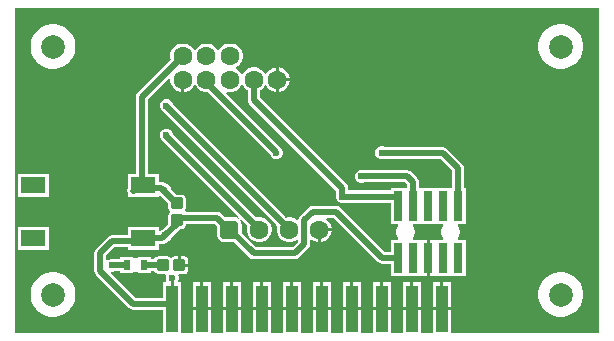
<source format=gtl>
G04*
G04 #@! TF.GenerationSoftware,Altium Limited,Altium Designer,23.4.1 (23)*
G04*
G04 Layer_Physical_Order=1*
G04 Layer_Color=255*
%FSLAX44Y44*%
%MOMM*%
G71*
G04*
G04 #@! TF.SameCoordinates,E4356CB4-9A03-4441-A28E-8BB409EA4FDF*
G04*
G04*
G04 #@! TF.FilePolarity,Positive*
G04*
G01*
G75*
%ADD23R,0.7400X2.6000*%
%ADD24R,1.0000X4.0000*%
%ADD25R,0.6000X0.9000*%
G04:AMPARAMS|DCode=26|XSize=0.95mm|YSize=0.97mm|CornerRadius=0.095mm|HoleSize=0mm|Usage=FLASHONLY|Rotation=180.000|XOffset=0mm|YOffset=0mm|HoleType=Round|Shape=RoundedRectangle|*
%AMROUNDEDRECTD26*
21,1,0.9500,0.7800,0,0,180.0*
21,1,0.7600,0.9700,0,0,180.0*
1,1,0.1900,-0.3800,0.3900*
1,1,0.1900,0.3800,0.3900*
1,1,0.1900,0.3800,-0.3900*
1,1,0.1900,-0.3800,-0.3900*
%
%ADD26ROUNDEDRECTD26*%
G04:AMPARAMS|DCode=27|XSize=0.95mm|YSize=0.97mm|CornerRadius=0.095mm|HoleSize=0mm|Usage=FLASHONLY|Rotation=270.000|XOffset=0mm|YOffset=0mm|HoleType=Round|Shape=RoundedRectangle|*
%AMROUNDEDRECTD27*
21,1,0.9500,0.7800,0,0,270.0*
21,1,0.7600,0.9700,0,0,270.0*
1,1,0.1900,-0.3900,-0.3800*
1,1,0.1900,-0.3900,0.3800*
1,1,0.1900,0.3900,0.3800*
1,1,0.1900,0.3900,-0.3800*
%
%ADD27ROUNDEDRECTD27*%
%ADD28R,2.1000X1.4000*%
%ADD29C,0.5000*%
%ADD30C,0.2500*%
%ADD31C,1.6000*%
G04:AMPARAMS|DCode=32|XSize=1.6mm|YSize=1.6mm|CornerRadius=0.4mm|HoleSize=0mm|Usage=FLASHONLY|Rotation=90.000|XOffset=0mm|YOffset=0mm|HoleType=Round|Shape=RoundedRectangle|*
%AMROUNDEDRECTD32*
21,1,1.6000,0.8000,0,0,90.0*
21,1,0.8000,1.6000,0,0,90.0*
1,1,0.8000,0.4000,0.4000*
1,1,0.8000,0.4000,-0.4000*
1,1,0.8000,-0.4000,-0.4000*
1,1,0.8000,-0.4000,0.4000*
%
%ADD32ROUNDEDRECTD32*%
%ADD33C,2.0000*%
%ADD34C,0.6000*%
G36*
X497451Y2549D02*
X371840D01*
Y21730D01*
X356760D01*
Y2549D01*
X346440D01*
Y21730D01*
X331360D01*
Y2549D01*
X321040D01*
Y21730D01*
X305960D01*
Y2549D01*
X295640D01*
Y21730D01*
X280560D01*
Y2549D01*
X270240D01*
Y21730D01*
X255160D01*
Y2549D01*
X244840D01*
Y21730D01*
X229760D01*
Y2549D01*
X219440D01*
Y21730D01*
X204360D01*
Y2549D01*
X194040D01*
Y21730D01*
X178960D01*
Y2549D01*
X168640D01*
Y21730D01*
X153560D01*
Y2549D01*
X143200D01*
Y45500D01*
X141878D01*
X141029Y46770D01*
X141500Y47906D01*
Y50094D01*
X141012Y51272D01*
X141861Y52542D01*
X145900D01*
X147262Y52812D01*
X148416Y53584D01*
X149187Y54738D01*
X149458Y56100D01*
Y58730D01*
X142100D01*
Y60000D01*
X140830D01*
Y67458D01*
X138300D01*
X136938Y67188D01*
X135784Y66416D01*
X135740Y66350D01*
X134212Y66350D01*
X134187Y66387D01*
X133046Y67150D01*
X131700Y67418D01*
X124100D01*
X122754Y67150D01*
X121613Y66387D01*
X120850Y65246D01*
X120821Y65098D01*
X118000D01*
Y67000D01*
X107000D01*
Y66000D01*
X103000D01*
Y67000D01*
X92000D01*
Y65098D01*
X87065D01*
X86094Y65500D01*
X83906D01*
X81884Y64663D01*
X81368Y64146D01*
X80098Y64672D01*
Y67888D01*
X87112Y74902D01*
X98500D01*
Y73000D01*
X124500D01*
Y77469D01*
X127296D01*
X129247Y77857D01*
X130901Y78962D01*
X131683Y79744D01*
X133116Y80337D01*
X134663Y81884D01*
X135065Y82855D01*
X142792Y90582D01*
X143900D01*
X145246Y90850D01*
X146387Y91613D01*
X147150Y92754D01*
X147418Y94100D01*
Y94902D01*
X172088D01*
X173644Y93347D01*
Y86000D01*
X173867Y84303D01*
X174522Y82722D01*
X175564Y81364D01*
X176922Y80322D01*
X178503Y79667D01*
X180200Y79444D01*
X188200D01*
X188329Y79461D01*
X201395Y66395D01*
X203049Y65290D01*
X205000Y64902D01*
X240000D01*
X241951Y65290D01*
X243605Y66395D01*
X251320Y74110D01*
X252425Y75764D01*
X252813Y77715D01*
Y81092D01*
X254083Y81477D01*
X256332Y80178D01*
X259012Y79460D01*
X259130D01*
Y90000D01*
X260400D01*
Y91270D01*
X270940D01*
Y91388D01*
X270222Y94068D01*
X268834Y96472D01*
X266872Y98434D01*
X266529Y98632D01*
X266869Y99902D01*
X272888D01*
X310395Y62395D01*
X312049Y61290D01*
X314000Y60902D01*
X321100D01*
Y50500D01*
X333500D01*
Y50500D01*
X333800D01*
Y50500D01*
X345207D01*
X346460Y50460D01*
X347453Y50460D01*
X351430D01*
Y66000D01*
Y81540D01*
X347453D01*
X346460Y81540D01*
X345207Y81500D01*
X340260D01*
X339734Y82770D01*
X340052Y83088D01*
X341105Y84912D01*
X341650Y86947D01*
Y89053D01*
X341105Y91088D01*
X340052Y92912D01*
X339734Y93230D01*
X340260Y94500D01*
X345230D01*
X346200Y94500D01*
X347470Y94500D01*
X357930D01*
X358900Y94500D01*
X360170Y94500D01*
X365140D01*
X365666Y93230D01*
X365348Y92912D01*
X364295Y91088D01*
X363750Y89053D01*
Y86947D01*
X364295Y84912D01*
X365348Y83088D01*
X365666Y82770D01*
X365140Y81500D01*
X360193D01*
X358940Y81540D01*
X357947Y81540D01*
X353970D01*
Y66000D01*
Y50460D01*
X357947D01*
X358940Y50460D01*
X360193Y50500D01*
X371600D01*
Y50500D01*
X371900D01*
Y50500D01*
X384300D01*
Y81500D01*
X378360D01*
X377834Y82770D01*
X378152Y83088D01*
X379205Y84912D01*
X379750Y86947D01*
Y89053D01*
X379205Y91088D01*
X378152Y92912D01*
X377834Y93230D01*
X378360Y94500D01*
X384300D01*
Y125500D01*
X383198D01*
Y141900D01*
X382810Y143851D01*
X381705Y145505D01*
X368865Y158345D01*
X367211Y159450D01*
X365260Y159838D01*
X315860D01*
X314523Y160392D01*
X312335D01*
X310313Y159554D01*
X308766Y158007D01*
X307929Y155985D01*
Y153798D01*
X308766Y151776D01*
X310313Y150229D01*
X312335Y149391D01*
X314523D01*
X315127Y149642D01*
X363149D01*
X373002Y139788D01*
Y125906D01*
X371900Y125500D01*
X371600D01*
Y125500D01*
X360170D01*
X359200Y125500D01*
X357930Y125500D01*
X345996Y125500D01*
X345098Y126398D01*
Y130000D01*
X344710Y131951D01*
X343605Y133605D01*
X338605Y138605D01*
X336951Y139710D01*
X335000Y140098D01*
X298065D01*
X297094Y140500D01*
X294906D01*
X292885Y139663D01*
X291337Y138116D01*
X290500Y136094D01*
Y133906D01*
X291337Y131884D01*
X292885Y130337D01*
X294906Y129500D01*
X297094D01*
X298065Y129902D01*
X332888D01*
X334902Y127888D01*
Y125906D01*
X333800Y125500D01*
X333500D01*
Y125500D01*
X321100D01*
Y123098D01*
X285098D01*
Y125000D01*
X284710Y126951D01*
X283605Y128605D01*
X210098Y202112D01*
Y207819D01*
X211447Y208598D01*
X213402Y210553D01*
X214244Y212011D01*
X215710D01*
X216566Y210528D01*
X218528Y208566D01*
X220932Y207178D01*
X223612Y206460D01*
X223730D01*
Y217000D01*
Y227540D01*
X223612D01*
X220932Y226822D01*
X218528Y225434D01*
X216566Y223472D01*
X215710Y221989D01*
X214244D01*
X213402Y223447D01*
X211447Y225402D01*
X209053Y226784D01*
X206382Y227500D01*
X203618D01*
X200947Y226784D01*
X198553Y225402D01*
X196598Y223447D01*
X195733Y221950D01*
X194267D01*
X193402Y223447D01*
X191447Y225402D01*
X189949Y226267D01*
Y227733D01*
X191447Y228598D01*
X193402Y230553D01*
X194784Y232947D01*
X195500Y235618D01*
Y238382D01*
X194784Y241053D01*
X193402Y243447D01*
X191447Y245402D01*
X189053Y246784D01*
X186382Y247500D01*
X183618D01*
X180947Y246784D01*
X178553Y245402D01*
X176598Y243447D01*
X175733Y241950D01*
X174267D01*
X173402Y243447D01*
X171447Y245402D01*
X169053Y246784D01*
X166382Y247500D01*
X163618D01*
X160947Y246784D01*
X158553Y245402D01*
X156598Y243447D01*
X155733Y241950D01*
X154267D01*
X153402Y243447D01*
X151447Y245402D01*
X149053Y246784D01*
X146382Y247500D01*
X143618D01*
X140947Y246784D01*
X138553Y245402D01*
X136598Y243447D01*
X135216Y241053D01*
X134500Y238382D01*
Y235618D01*
X134903Y234113D01*
X106395Y205605D01*
X105290Y203951D01*
X104902Y202000D01*
Y145000D01*
Y137000D01*
X98500D01*
Y125265D01*
X98290Y124951D01*
X97902Y123000D01*
X98290Y121049D01*
X98500Y120735D01*
Y118000D01*
X102507D01*
X103000Y117902D01*
X103500D01*
X103993Y118000D01*
X124500D01*
Y118731D01*
X125673Y119217D01*
X132582Y112308D01*
Y108300D01*
X132850Y106954D01*
X133613Y105813D01*
X133686Y105764D01*
Y104236D01*
X133613Y104187D01*
X132850Y103046D01*
X132582Y101700D01*
Y94792D01*
X127855Y90065D01*
X126884Y89663D01*
X125770Y88548D01*
X124500Y89074D01*
Y92000D01*
X98500D01*
Y85098D01*
X85000D01*
X83049Y84710D01*
X81395Y83605D01*
X71395Y73605D01*
X70290Y71951D01*
X69902Y70000D01*
Y55000D01*
X70290Y53049D01*
X71395Y51395D01*
X99324Y23466D01*
X100978Y22361D01*
X102929Y21973D01*
X128200D01*
Y2549D01*
X2549D01*
Y277451D01*
X497451D01*
Y2549D01*
D02*
G37*
G36*
X134460Y217454D02*
Y215612D01*
X135178Y212932D01*
X136566Y210528D01*
X138528Y208566D01*
X140932Y207178D01*
X143612Y206460D01*
X143730D01*
Y217000D01*
X146270D01*
Y206460D01*
X146388D01*
X149068Y207178D01*
X151472Y208566D01*
X153434Y210528D01*
X154290Y212010D01*
X155756D01*
X156598Y210553D01*
X158553Y208598D01*
X160947Y207216D01*
X163618Y206500D01*
X166290D01*
X218500Y154290D01*
Y153906D01*
X219337Y151884D01*
X220884Y150337D01*
X222906Y149500D01*
X225094D01*
X227115Y150337D01*
X228663Y151884D01*
X229500Y153906D01*
Y156094D01*
X228663Y158116D01*
X228474Y158305D01*
X227605Y159605D01*
X181441Y205768D01*
X182099Y206907D01*
X183618Y206500D01*
X186382D01*
X189053Y207216D01*
X191447Y208598D01*
X193402Y210553D01*
X194267Y212051D01*
X195733D01*
X196598Y210553D01*
X198553Y208598D01*
X199902Y207819D01*
Y200000D01*
X200290Y198049D01*
X201395Y196395D01*
X274902Y122888D01*
Y120065D01*
X274500Y119094D01*
Y116906D01*
X275337Y114885D01*
X276884Y113337D01*
X278906Y112500D01*
X281094D01*
X282065Y112902D01*
X321100D01*
Y94500D01*
X327040D01*
X327566Y93230D01*
X327248Y92912D01*
X326195Y91088D01*
X325650Y89053D01*
Y86947D01*
X326195Y84912D01*
X327248Y83088D01*
X327566Y82770D01*
X327040Y81500D01*
X321100D01*
Y71098D01*
X316112D01*
X278605Y108605D01*
X276951Y109710D01*
X275000Y110098D01*
X255000D01*
X253049Y109710D01*
X251395Y108605D01*
X244110Y101320D01*
X243005Y99666D01*
X242835Y98811D01*
X241457Y98392D01*
X241447Y98402D01*
X239053Y99784D01*
X236382Y100500D01*
X233618D01*
X232507Y100202D01*
X136418Y196291D01*
X135663Y198116D01*
X134115Y199663D01*
X132094Y200500D01*
X129906D01*
X127885Y199663D01*
X126337Y198116D01*
X125500Y196094D01*
Y193906D01*
X126337Y191884D01*
X127885Y190337D01*
X128002Y190289D01*
X225009Y93281D01*
X224500Y91382D01*
Y88618D01*
X225216Y85947D01*
X226598Y83553D01*
X228553Y81598D01*
X230947Y80216D01*
X233618Y79500D01*
X236382D01*
X239053Y80216D01*
X241347Y81540D01*
X242046Y81350D01*
X242617Y81114D01*
Y79826D01*
X237888Y75098D01*
X207112D01*
X194756Y87453D01*
Y94000D01*
X194533Y95697D01*
X193878Y97278D01*
X193421Y97874D01*
X194377Y98713D01*
X199651Y93439D01*
X199100Y91382D01*
Y88618D01*
X199816Y85947D01*
X201198Y83553D01*
X203153Y81598D01*
X205547Y80216D01*
X208218Y79500D01*
X210982D01*
X213653Y80216D01*
X216047Y81598D01*
X218002Y83553D01*
X219384Y85947D01*
X220100Y88618D01*
Y91382D01*
X219384Y94053D01*
X218002Y96447D01*
X216047Y98402D01*
X213653Y99784D01*
X210982Y100500D01*
X208218D01*
X207265Y100245D01*
X136500Y171010D01*
Y171094D01*
X135663Y173116D01*
X134115Y174663D01*
X132094Y175500D01*
X129906D01*
X127885Y174663D01*
X126337Y173116D01*
X125500Y171094D01*
Y168906D01*
X126337Y166884D01*
X127131Y166091D01*
X127395Y165695D01*
X192913Y100177D01*
X192074Y99221D01*
X191478Y99678D01*
X189897Y100333D01*
X188200Y100556D01*
X180854D01*
X177805Y103605D01*
X176151Y104710D01*
X174200Y105098D01*
X147430D01*
X146758Y106368D01*
X147150Y106954D01*
X147418Y108300D01*
Y115900D01*
X147150Y117246D01*
X146387Y118387D01*
X145246Y119150D01*
X143900Y119418D01*
X139892D01*
X134552Y124758D01*
Y124823D01*
X133714Y126845D01*
X132167Y128392D01*
X130146Y129229D01*
X130033D01*
X128522Y130239D01*
X126571Y130627D01*
X124500D01*
Y137000D01*
X115098D01*
Y145000D01*
Y199888D01*
X133190Y217980D01*
X134460Y217454D01*
D02*
G37*
G36*
X120850Y54754D02*
X121613Y53613D01*
X122754Y52850D01*
X124100Y52582D01*
X130156D01*
X131005Y51312D01*
X130500Y50094D01*
Y47906D01*
X130971Y46770D01*
X130122Y45500D01*
X128200D01*
Y32169D01*
X105041D01*
X83980Y53230D01*
X84506Y54500D01*
X86094D01*
X87065Y54902D01*
X92000D01*
Y53000D01*
X103000D01*
Y54000D01*
X107000D01*
Y53000D01*
X118000D01*
Y54902D01*
X120821D01*
X120850Y54754D01*
D02*
G37*
%LPC*%
G36*
X466871Y264000D02*
X463129D01*
X459458Y263270D01*
X456000Y261838D01*
X452888Y259758D01*
X450242Y257112D01*
X448162Y254000D01*
X446730Y250542D01*
X446000Y246871D01*
Y243129D01*
X446730Y239458D01*
X448162Y236000D01*
X450242Y232888D01*
X452888Y230242D01*
X456000Y228162D01*
X459458Y226730D01*
X463129Y226000D01*
X466871D01*
X470542Y226730D01*
X474000Y228162D01*
X477112Y230242D01*
X479758Y232888D01*
X481838Y236000D01*
X483270Y239458D01*
X484000Y243129D01*
Y246871D01*
X483270Y250542D01*
X481838Y254000D01*
X479758Y257112D01*
X477112Y259758D01*
X474000Y261838D01*
X470542Y263270D01*
X466871Y264000D01*
D02*
G37*
G36*
X36871D02*
X33129D01*
X29458Y263270D01*
X26000Y261838D01*
X22888Y259758D01*
X20242Y257112D01*
X18162Y254000D01*
X16730Y250542D01*
X16000Y246871D01*
Y243129D01*
X16730Y239458D01*
X18162Y236000D01*
X20242Y232888D01*
X22888Y230242D01*
X26000Y228162D01*
X29458Y226730D01*
X33129Y226000D01*
X36871D01*
X40542Y226730D01*
X44000Y228162D01*
X47112Y230242D01*
X49758Y232888D01*
X51838Y236000D01*
X53270Y239458D01*
X54000Y243129D01*
Y246871D01*
X53270Y250542D01*
X51838Y254000D01*
X49758Y257112D01*
X47112Y259758D01*
X44000Y261838D01*
X40542Y263270D01*
X36871Y264000D01*
D02*
G37*
G36*
X226388Y227540D02*
X226270D01*
Y218270D01*
X235540D01*
Y218388D01*
X234822Y221068D01*
X233434Y223472D01*
X231472Y225434D01*
X229068Y226822D01*
X226388Y227540D01*
D02*
G37*
G36*
X235540Y215730D02*
X226270D01*
Y206460D01*
X226388D01*
X229068Y207178D01*
X231472Y208566D01*
X233434Y210528D01*
X234822Y212932D01*
X235540Y215612D01*
Y215730D01*
D02*
G37*
G36*
X31500Y137000D02*
X5500D01*
Y118000D01*
X31500D01*
Y137000D01*
D02*
G37*
G36*
X270940Y88730D02*
X261670D01*
Y79460D01*
X261788D01*
X264468Y80178D01*
X266872Y81566D01*
X268834Y83528D01*
X270222Y85932D01*
X270940Y88612D01*
Y88730D01*
D02*
G37*
G36*
X31500Y92000D02*
X5500D01*
Y73000D01*
X31500D01*
Y92000D01*
D02*
G37*
G36*
X145900Y67458D02*
X143370D01*
Y61270D01*
X149458D01*
Y63900D01*
X149187Y65262D01*
X148416Y66416D01*
X147262Y67188D01*
X145900Y67458D01*
D02*
G37*
G36*
X371840Y45540D02*
X365570D01*
Y24270D01*
X371840D01*
Y45540D01*
D02*
G37*
G36*
X363030D02*
X356760D01*
Y24270D01*
X363030D01*
Y45540D01*
D02*
G37*
G36*
X346440D02*
X340170D01*
Y24270D01*
X346440D01*
Y45540D01*
D02*
G37*
G36*
X337630D02*
X331360D01*
Y24270D01*
X337630D01*
Y45540D01*
D02*
G37*
G36*
X321040D02*
X314770D01*
Y24270D01*
X321040D01*
Y45540D01*
D02*
G37*
G36*
X312230D02*
X305960D01*
Y24270D01*
X312230D01*
Y45540D01*
D02*
G37*
G36*
X295640D02*
X289370D01*
Y24270D01*
X295640D01*
Y45540D01*
D02*
G37*
G36*
X286830D02*
X280560D01*
Y24270D01*
X286830D01*
Y45540D01*
D02*
G37*
G36*
X270240D02*
X263970D01*
Y24270D01*
X270240D01*
Y45540D01*
D02*
G37*
G36*
X261430D02*
X255160D01*
Y24270D01*
X261430D01*
Y45540D01*
D02*
G37*
G36*
X244840D02*
X238570D01*
Y24270D01*
X244840D01*
Y45540D01*
D02*
G37*
G36*
X236030D02*
X229760D01*
Y24270D01*
X236030D01*
Y45540D01*
D02*
G37*
G36*
X219440D02*
X213170D01*
Y24270D01*
X219440D01*
Y45540D01*
D02*
G37*
G36*
X210630D02*
X204360D01*
Y24270D01*
X210630D01*
Y45540D01*
D02*
G37*
G36*
X194040D02*
X187770D01*
Y24270D01*
X194040D01*
Y45540D01*
D02*
G37*
G36*
X185230D02*
X178960D01*
Y24270D01*
X185230D01*
Y45540D01*
D02*
G37*
G36*
X168640D02*
X162370D01*
Y24270D01*
X168640D01*
Y45540D01*
D02*
G37*
G36*
X159830D02*
X153560D01*
Y24270D01*
X159830D01*
Y45540D01*
D02*
G37*
G36*
X36871Y54000D02*
X33129D01*
X29458Y53270D01*
X26000Y51838D01*
X22888Y49758D01*
X20242Y47112D01*
X18162Y44000D01*
X16730Y40542D01*
X16000Y36871D01*
Y33129D01*
X16730Y29458D01*
X18162Y26000D01*
X20242Y22888D01*
X22888Y20242D01*
X26000Y18162D01*
X29458Y16730D01*
X33129Y16000D01*
X36871D01*
X40542Y16730D01*
X44000Y18162D01*
X47112Y20242D01*
X49758Y22888D01*
X51838Y26000D01*
X53270Y29458D01*
X54000Y33129D01*
Y36871D01*
X53270Y40542D01*
X51838Y44000D01*
X49758Y47112D01*
X47112Y49758D01*
X44000Y51838D01*
X40542Y53270D01*
X36871Y54000D01*
D02*
G37*
G36*
X466871Y54000D02*
X463129D01*
X459458Y53270D01*
X456000Y51838D01*
X452888Y49758D01*
X450242Y47112D01*
X448162Y44000D01*
X446730Y40542D01*
X446000Y36871D01*
Y33129D01*
X446730Y29458D01*
X448162Y26000D01*
X450242Y22888D01*
X452888Y20242D01*
X456000Y18162D01*
X459458Y16730D01*
X463129Y16000D01*
X466871D01*
X470542Y16730D01*
X474000Y18162D01*
X477112Y20242D01*
X479758Y22888D01*
X481838Y26000D01*
X483270Y29458D01*
X484000Y33129D01*
Y36871D01*
X483270Y40542D01*
X481838Y44000D01*
X479758Y47112D01*
X477112Y49758D01*
X474000Y51838D01*
X470542Y53270D01*
X466871Y54000D01*
D02*
G37*
%LPD*%
D23*
X327300Y66000D02*
D03*
Y110000D02*
D03*
X340000Y66000D02*
D03*
Y110000D02*
D03*
X352700Y66000D02*
D03*
Y110000D02*
D03*
X365400Y66000D02*
D03*
Y110000D02*
D03*
X378100Y66000D02*
D03*
Y110000D02*
D03*
D24*
X313500Y23000D02*
D03*
X338900D02*
D03*
X364300D02*
D03*
X161100D02*
D03*
X186500D02*
D03*
X211900D02*
D03*
X237300D02*
D03*
X262700D02*
D03*
X288100D02*
D03*
X135700D02*
D03*
D25*
X97500Y60000D02*
D03*
X112500D02*
D03*
D26*
X127900D02*
D03*
X142100D02*
D03*
D27*
X140000Y97900D02*
D03*
Y112100D02*
D03*
D28*
X18500Y127500D02*
D03*
X111500D02*
D03*
X18500Y82500D02*
D03*
X111500D02*
D03*
D29*
X135700Y23000D02*
X135850Y23150D01*
Y48850D02*
X136000Y49000D01*
X140000Y100000D02*
X174200D01*
X107777Y82567D02*
X127296D01*
X131629Y27071D02*
X135700Y23000D01*
X102929Y27071D02*
X131629D01*
X280000Y118000D02*
Y125000D01*
X205000Y200000D02*
Y217000D01*
Y200000D02*
X280000Y125000D01*
X224000Y155000D02*
Y156000D01*
X165000Y215000D02*
X224000Y156000D01*
X165000Y215000D02*
Y217000D01*
X131000Y194500D02*
X235000Y90500D01*
X131000Y194500D02*
Y195000D01*
X209600Y90000D02*
Y90700D01*
X131000Y169300D02*
X209600Y90700D01*
X131000Y169300D02*
Y170000D01*
X235000Y90000D02*
Y90500D01*
X280000Y118000D02*
X326100D01*
X296000Y135000D02*
X335000D01*
X340000Y130000D01*
X327300Y110000D02*
Y116800D01*
X326100Y118000D02*
X327300Y116800D01*
X110000Y202000D02*
X145000Y237000D01*
X110000Y145000D02*
Y202000D01*
X127296Y82567D02*
X129729Y85000D01*
X185000Y90000D02*
X205000Y70000D01*
X378100Y110000D02*
Y141900D01*
X314000Y66000D02*
X327300D01*
X75000Y55000D02*
X102929Y27071D01*
X111500Y127500D02*
X113471Y125529D01*
X137650Y114350D02*
X139900Y112100D01*
X340000Y110000D02*
Y130000D01*
X129729Y85000D02*
X130000D01*
X247715Y97715D02*
X255000Y105000D01*
X103500Y123000D02*
X105000Y124500D01*
X313580Y154740D02*
X365260D01*
X240000Y70000D02*
X247715Y77715D01*
X126571Y125529D02*
X137650Y114450D01*
X110000Y129000D02*
Y145000D01*
X85000Y80000D02*
X107777D01*
X255000Y105000D02*
X275000D01*
X75000Y55000D02*
Y70000D01*
X110000Y129000D02*
X111500Y127500D01*
X137650Y114350D02*
Y114450D01*
X130000Y85000D02*
X140000Y95000D01*
X205000Y70000D02*
X240000D01*
X174200Y100000D02*
X184200Y90000D01*
X113471Y125529D02*
X126571D01*
X103000Y123000D02*
X103500D01*
X365260Y154740D02*
X378100Y141900D01*
X275000Y105000D02*
X314000Y66000D01*
X85000Y60000D02*
X95000D01*
X139900Y112100D02*
X140000D01*
X112500Y60000D02*
X127900D01*
X130000Y85000D02*
X130000D01*
X247715Y77715D02*
Y97715D01*
X75000Y70000D02*
X85000Y80000D01*
X105000Y124500D02*
Y125000D01*
X313429Y154892D02*
X313580Y154740D01*
D30*
X135850Y23150D02*
Y48850D01*
D31*
X145000Y217000D02*
D03*
X235000Y90000D02*
D03*
X209600D02*
D03*
X260400D02*
D03*
X165000Y237000D02*
D03*
X205000Y217000D02*
D03*
X225000D02*
D03*
X145000Y237000D02*
D03*
X185000D02*
D03*
X165000Y217000D02*
D03*
X185000D02*
D03*
D32*
X184200Y90000D02*
D03*
D33*
X465000Y245000D02*
D03*
X35000D02*
D03*
X465000Y35000D02*
D03*
X35000Y35000D02*
D03*
D34*
X136000Y49000D02*
D03*
X224000Y155000D02*
D03*
X131000Y195000D02*
D03*
Y170000D02*
D03*
X296000Y135000D02*
D03*
X280000Y118000D02*
D03*
X130000Y85000D02*
D03*
X313429Y154892D02*
D03*
X85000Y60000D02*
D03*
X129052Y123729D02*
D03*
M02*

</source>
